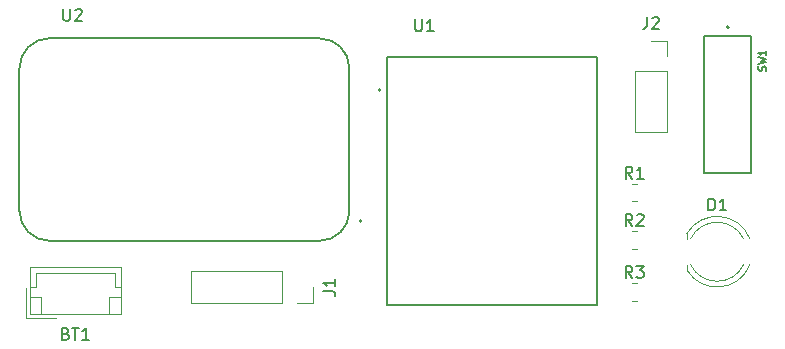
<source format=gbr>
%TF.GenerationSoftware,KiCad,Pcbnew,8.0.8*%
%TF.CreationDate,2025-05-04T21:19:18-07:00*%
%TF.ProjectId,ACL_Angle_Sensor,41434c5f-416e-4676-9c65-5f53656e736f,rev?*%
%TF.SameCoordinates,Original*%
%TF.FileFunction,Legend,Top*%
%TF.FilePolarity,Positive*%
%FSLAX46Y46*%
G04 Gerber Fmt 4.6, Leading zero omitted, Abs format (unit mm)*
G04 Created by KiCad (PCBNEW 8.0.8) date 2025-05-04 21:19:18*
%MOMM*%
%LPD*%
G01*
G04 APERTURE LIST*
%ADD10C,0.150000*%
%ADD11C,0.120000*%
%ADD12C,0.127000*%
%ADD13C,0.200000*%
G04 APERTURE END LIST*
D10*
X146856905Y-55994819D02*
X146856905Y-54994819D01*
X146856905Y-54994819D02*
X147095000Y-54994819D01*
X147095000Y-54994819D02*
X147237857Y-55042438D01*
X147237857Y-55042438D02*
X147333095Y-55137676D01*
X147333095Y-55137676D02*
X147380714Y-55232914D01*
X147380714Y-55232914D02*
X147428333Y-55423390D01*
X147428333Y-55423390D02*
X147428333Y-55566247D01*
X147428333Y-55566247D02*
X147380714Y-55756723D01*
X147380714Y-55756723D02*
X147333095Y-55851961D01*
X147333095Y-55851961D02*
X147237857Y-55947200D01*
X147237857Y-55947200D02*
X147095000Y-55994819D01*
X147095000Y-55994819D02*
X146856905Y-55994819D01*
X148380714Y-55994819D02*
X147809286Y-55994819D01*
X148095000Y-55994819D02*
X148095000Y-54994819D01*
X148095000Y-54994819D02*
X147999762Y-55137676D01*
X147999762Y-55137676D02*
X147904524Y-55232914D01*
X147904524Y-55232914D02*
X147809286Y-55280533D01*
X92238095Y-38954819D02*
X92238095Y-39764342D01*
X92238095Y-39764342D02*
X92285714Y-39859580D01*
X92285714Y-39859580D02*
X92333333Y-39907200D01*
X92333333Y-39907200D02*
X92428571Y-39954819D01*
X92428571Y-39954819D02*
X92619047Y-39954819D01*
X92619047Y-39954819D02*
X92714285Y-39907200D01*
X92714285Y-39907200D02*
X92761904Y-39859580D01*
X92761904Y-39859580D02*
X92809523Y-39764342D01*
X92809523Y-39764342D02*
X92809523Y-38954819D01*
X93238095Y-39050057D02*
X93285714Y-39002438D01*
X93285714Y-39002438D02*
X93380952Y-38954819D01*
X93380952Y-38954819D02*
X93619047Y-38954819D01*
X93619047Y-38954819D02*
X93714285Y-39002438D01*
X93714285Y-39002438D02*
X93761904Y-39050057D01*
X93761904Y-39050057D02*
X93809523Y-39145295D01*
X93809523Y-39145295D02*
X93809523Y-39240533D01*
X93809523Y-39240533D02*
X93761904Y-39383390D01*
X93761904Y-39383390D02*
X93190476Y-39954819D01*
X93190476Y-39954819D02*
X93809523Y-39954819D01*
X122023095Y-39819819D02*
X122023095Y-40629342D01*
X122023095Y-40629342D02*
X122070714Y-40724580D01*
X122070714Y-40724580D02*
X122118333Y-40772200D01*
X122118333Y-40772200D02*
X122213571Y-40819819D01*
X122213571Y-40819819D02*
X122404047Y-40819819D01*
X122404047Y-40819819D02*
X122499285Y-40772200D01*
X122499285Y-40772200D02*
X122546904Y-40724580D01*
X122546904Y-40724580D02*
X122594523Y-40629342D01*
X122594523Y-40629342D02*
X122594523Y-39819819D01*
X123594523Y-40819819D02*
X123023095Y-40819819D01*
X123308809Y-40819819D02*
X123308809Y-39819819D01*
X123308809Y-39819819D02*
X123213571Y-39962676D01*
X123213571Y-39962676D02*
X123118333Y-40057914D01*
X123118333Y-40057914D02*
X123023095Y-40105533D01*
X151704200Y-44170333D02*
X151734676Y-44078904D01*
X151734676Y-44078904D02*
X151734676Y-43926523D01*
X151734676Y-43926523D02*
X151704200Y-43865571D01*
X151704200Y-43865571D02*
X151673723Y-43835095D01*
X151673723Y-43835095D02*
X151612771Y-43804618D01*
X151612771Y-43804618D02*
X151551819Y-43804618D01*
X151551819Y-43804618D02*
X151490866Y-43835095D01*
X151490866Y-43835095D02*
X151460390Y-43865571D01*
X151460390Y-43865571D02*
X151429914Y-43926523D01*
X151429914Y-43926523D02*
X151399438Y-44048428D01*
X151399438Y-44048428D02*
X151368961Y-44109380D01*
X151368961Y-44109380D02*
X151338485Y-44139857D01*
X151338485Y-44139857D02*
X151277533Y-44170333D01*
X151277533Y-44170333D02*
X151216580Y-44170333D01*
X151216580Y-44170333D02*
X151155628Y-44139857D01*
X151155628Y-44139857D02*
X151125152Y-44109380D01*
X151125152Y-44109380D02*
X151094676Y-44048428D01*
X151094676Y-44048428D02*
X151094676Y-43896047D01*
X151094676Y-43896047D02*
X151125152Y-43804618D01*
X151094676Y-43591285D02*
X151734676Y-43438904D01*
X151734676Y-43438904D02*
X151277533Y-43316999D01*
X151277533Y-43316999D02*
X151734676Y-43195094D01*
X151734676Y-43195094D02*
X151094676Y-43042714D01*
X151734676Y-42463665D02*
X151734676Y-42829380D01*
X151734676Y-42646523D02*
X151094676Y-42646523D01*
X151094676Y-42646523D02*
X151186104Y-42707475D01*
X151186104Y-42707475D02*
X151247057Y-42768427D01*
X151247057Y-42768427D02*
X151277533Y-42829380D01*
X140420833Y-61704819D02*
X140087500Y-61228628D01*
X139849405Y-61704819D02*
X139849405Y-60704819D01*
X139849405Y-60704819D02*
X140230357Y-60704819D01*
X140230357Y-60704819D02*
X140325595Y-60752438D01*
X140325595Y-60752438D02*
X140373214Y-60800057D01*
X140373214Y-60800057D02*
X140420833Y-60895295D01*
X140420833Y-60895295D02*
X140420833Y-61038152D01*
X140420833Y-61038152D02*
X140373214Y-61133390D01*
X140373214Y-61133390D02*
X140325595Y-61181009D01*
X140325595Y-61181009D02*
X140230357Y-61228628D01*
X140230357Y-61228628D02*
X139849405Y-61228628D01*
X140754167Y-60704819D02*
X141373214Y-60704819D01*
X141373214Y-60704819D02*
X141039881Y-61085771D01*
X141039881Y-61085771D02*
X141182738Y-61085771D01*
X141182738Y-61085771D02*
X141277976Y-61133390D01*
X141277976Y-61133390D02*
X141325595Y-61181009D01*
X141325595Y-61181009D02*
X141373214Y-61276247D01*
X141373214Y-61276247D02*
X141373214Y-61514342D01*
X141373214Y-61514342D02*
X141325595Y-61609580D01*
X141325595Y-61609580D02*
X141277976Y-61657200D01*
X141277976Y-61657200D02*
X141182738Y-61704819D01*
X141182738Y-61704819D02*
X140897024Y-61704819D01*
X140897024Y-61704819D02*
X140801786Y-61657200D01*
X140801786Y-61657200D02*
X140754167Y-61609580D01*
X140420833Y-57304819D02*
X140087500Y-56828628D01*
X139849405Y-57304819D02*
X139849405Y-56304819D01*
X139849405Y-56304819D02*
X140230357Y-56304819D01*
X140230357Y-56304819D02*
X140325595Y-56352438D01*
X140325595Y-56352438D02*
X140373214Y-56400057D01*
X140373214Y-56400057D02*
X140420833Y-56495295D01*
X140420833Y-56495295D02*
X140420833Y-56638152D01*
X140420833Y-56638152D02*
X140373214Y-56733390D01*
X140373214Y-56733390D02*
X140325595Y-56781009D01*
X140325595Y-56781009D02*
X140230357Y-56828628D01*
X140230357Y-56828628D02*
X139849405Y-56828628D01*
X140801786Y-56400057D02*
X140849405Y-56352438D01*
X140849405Y-56352438D02*
X140944643Y-56304819D01*
X140944643Y-56304819D02*
X141182738Y-56304819D01*
X141182738Y-56304819D02*
X141277976Y-56352438D01*
X141277976Y-56352438D02*
X141325595Y-56400057D01*
X141325595Y-56400057D02*
X141373214Y-56495295D01*
X141373214Y-56495295D02*
X141373214Y-56590533D01*
X141373214Y-56590533D02*
X141325595Y-56733390D01*
X141325595Y-56733390D02*
X140754167Y-57304819D01*
X140754167Y-57304819D02*
X141373214Y-57304819D01*
X140420833Y-53304819D02*
X140087500Y-52828628D01*
X139849405Y-53304819D02*
X139849405Y-52304819D01*
X139849405Y-52304819D02*
X140230357Y-52304819D01*
X140230357Y-52304819D02*
X140325595Y-52352438D01*
X140325595Y-52352438D02*
X140373214Y-52400057D01*
X140373214Y-52400057D02*
X140420833Y-52495295D01*
X140420833Y-52495295D02*
X140420833Y-52638152D01*
X140420833Y-52638152D02*
X140373214Y-52733390D01*
X140373214Y-52733390D02*
X140325595Y-52781009D01*
X140325595Y-52781009D02*
X140230357Y-52828628D01*
X140230357Y-52828628D02*
X139849405Y-52828628D01*
X141373214Y-53304819D02*
X140801786Y-53304819D01*
X141087500Y-53304819D02*
X141087500Y-52304819D01*
X141087500Y-52304819D02*
X140992262Y-52447676D01*
X140992262Y-52447676D02*
X140897024Y-52542914D01*
X140897024Y-52542914D02*
X140801786Y-52590533D01*
X141666666Y-39644819D02*
X141666666Y-40359104D01*
X141666666Y-40359104D02*
X141619047Y-40501961D01*
X141619047Y-40501961D02*
X141523809Y-40597200D01*
X141523809Y-40597200D02*
X141380952Y-40644819D01*
X141380952Y-40644819D02*
X141285714Y-40644819D01*
X142095238Y-39740057D02*
X142142857Y-39692438D01*
X142142857Y-39692438D02*
X142238095Y-39644819D01*
X142238095Y-39644819D02*
X142476190Y-39644819D01*
X142476190Y-39644819D02*
X142571428Y-39692438D01*
X142571428Y-39692438D02*
X142619047Y-39740057D01*
X142619047Y-39740057D02*
X142666666Y-39835295D01*
X142666666Y-39835295D02*
X142666666Y-39930533D01*
X142666666Y-39930533D02*
X142619047Y-40073390D01*
X142619047Y-40073390D02*
X142047619Y-40644819D01*
X142047619Y-40644819D02*
X142666666Y-40644819D01*
X114264819Y-62833333D02*
X114979104Y-62833333D01*
X114979104Y-62833333D02*
X115121961Y-62880952D01*
X115121961Y-62880952D02*
X115217200Y-62976190D01*
X115217200Y-62976190D02*
X115264819Y-63119047D01*
X115264819Y-63119047D02*
X115264819Y-63214285D01*
X115264819Y-61833333D02*
X115264819Y-62404761D01*
X115264819Y-62119047D02*
X114264819Y-62119047D01*
X114264819Y-62119047D02*
X114407676Y-62214285D01*
X114407676Y-62214285D02*
X114502914Y-62309523D01*
X114502914Y-62309523D02*
X114550533Y-62404761D01*
X92464285Y-66431009D02*
X92607142Y-66478628D01*
X92607142Y-66478628D02*
X92654761Y-66526247D01*
X92654761Y-66526247D02*
X92702380Y-66621485D01*
X92702380Y-66621485D02*
X92702380Y-66764342D01*
X92702380Y-66764342D02*
X92654761Y-66859580D01*
X92654761Y-66859580D02*
X92607142Y-66907200D01*
X92607142Y-66907200D02*
X92511904Y-66954819D01*
X92511904Y-66954819D02*
X92130952Y-66954819D01*
X92130952Y-66954819D02*
X92130952Y-65954819D01*
X92130952Y-65954819D02*
X92464285Y-65954819D01*
X92464285Y-65954819D02*
X92559523Y-66002438D01*
X92559523Y-66002438D02*
X92607142Y-66050057D01*
X92607142Y-66050057D02*
X92654761Y-66145295D01*
X92654761Y-66145295D02*
X92654761Y-66240533D01*
X92654761Y-66240533D02*
X92607142Y-66335771D01*
X92607142Y-66335771D02*
X92559523Y-66383390D01*
X92559523Y-66383390D02*
X92464285Y-66431009D01*
X92464285Y-66431009D02*
X92130952Y-66431009D01*
X92988095Y-65954819D02*
X93559523Y-65954819D01*
X93273809Y-66954819D02*
X93273809Y-65954819D01*
X94416666Y-66954819D02*
X93845238Y-66954819D01*
X94130952Y-66954819D02*
X94130952Y-65954819D01*
X94130952Y-65954819D02*
X94035714Y-66097676D01*
X94035714Y-66097676D02*
X93940476Y-66192914D01*
X93940476Y-66192914D02*
X93845238Y-66240533D01*
D11*
%TO.C,D1*%
X150383107Y-60580075D02*
G75*
G02*
X145035000Y-61044830I-2788107J1080075D01*
G01*
X149849656Y-60580059D02*
G75*
G02*
X145340316Y-60580000I-2254656J1080059D01*
G01*
X145340316Y-58420000D02*
G75*
G02*
X149849656Y-58419941I2254684J-1080000D01*
G01*
X145035000Y-57955170D02*
G75*
G02*
X150383107Y-58419925I2560000J-1544830D01*
G01*
X145035000Y-60580000D02*
X145035000Y-61045000D01*
X145035000Y-57955000D02*
X145035000Y-58420000D01*
D12*
%TO.C,U2*%
X88530000Y-56032500D02*
X88530000Y-43967500D01*
X88530000Y-43967500D02*
G75*
G02*
X91070000Y-41427500I2540000J0D01*
G01*
X91070000Y-41427500D02*
X113930000Y-41427500D01*
X113930000Y-41427500D02*
G75*
G02*
X116470000Y-43967500I0J-2540000D01*
G01*
X116470000Y-43967500D02*
X116470000Y-56032500D01*
X116470000Y-56032500D02*
G75*
G02*
X113930000Y-58572500I-2540000J0D01*
G01*
X113930000Y-58572500D02*
X91070000Y-58572500D01*
X91070000Y-58572500D02*
G75*
G02*
X88530000Y-56032500I0J2540000D01*
G01*
D13*
X117502000Y-56887000D02*
G75*
G02*
X117302000Y-56887000I-100000J0D01*
G01*
X117302000Y-56887000D02*
G75*
G02*
X117502000Y-56887000I100000J0D01*
G01*
D12*
%TO.C,U1*%
X137390000Y-43022500D02*
X137390000Y-63977500D01*
X119610000Y-63977500D02*
X119610000Y-43022500D01*
X119610000Y-43022500D02*
X137390000Y-43022500D01*
X137390000Y-63977500D02*
X119610000Y-63977500D01*
D13*
X119100000Y-45816500D02*
G75*
G02*
X118900000Y-45816500I-100000J0D01*
G01*
X118900000Y-45816500D02*
G75*
G02*
X119100000Y-45816500I100000J0D01*
G01*
%TO.C,SW1*%
X148600000Y-40500000D02*
G75*
G02*
X148400000Y-40500000I-100000J0D01*
G01*
X148400000Y-40500000D02*
G75*
G02*
X148600000Y-40500000I100000J0D01*
G01*
D12*
X150500000Y-41200000D02*
X146500000Y-41200000D01*
X146500000Y-41200000D02*
X146500000Y-52800000D01*
X146500000Y-52800000D02*
X150500000Y-52800000D01*
X150500000Y-52800000D02*
X150500000Y-41200000D01*
D11*
%TO.C,R3*%
X140360436Y-62165000D02*
X140814564Y-62165000D01*
X140360436Y-63635000D02*
X140814564Y-63635000D01*
%TO.C,R2*%
X140360436Y-57765000D02*
X140814564Y-57765000D01*
X140360436Y-59235000D02*
X140814564Y-59235000D01*
%TO.C,R1*%
X140360436Y-53765000D02*
X140814564Y-53765000D01*
X140360436Y-55235000D02*
X140814564Y-55235000D01*
%TO.C,J2*%
X140670000Y-44230000D02*
X140670000Y-49370000D01*
X140670000Y-44230000D02*
X143330000Y-44230000D01*
X140670000Y-49370000D02*
X143330000Y-49370000D01*
X142000000Y-41630000D02*
X143330000Y-41630000D01*
X143330000Y-41630000D02*
X143330000Y-42960000D01*
X143330000Y-44230000D02*
X143330000Y-49370000D01*
%TO.C,J1*%
X110770000Y-63830000D02*
X103090000Y-63830000D01*
X113370000Y-63830000D02*
X112040000Y-63830000D01*
X113370000Y-62500000D02*
X113370000Y-63830000D01*
X103090000Y-61170000D02*
X103090000Y-63830000D01*
X110770000Y-61170000D02*
X110770000Y-63830000D01*
X110770000Y-61170000D02*
X103090000Y-61170000D01*
%TO.C,BT1*%
X89090000Y-62610000D02*
X89090000Y-65110000D01*
X89090000Y-65110000D02*
X91590000Y-65110000D01*
X89390000Y-60790000D02*
X89390000Y-64810000D01*
X89390000Y-62500000D02*
X89890000Y-62500000D01*
X89390000Y-63310000D02*
X90390000Y-63310000D01*
X89390000Y-64810000D02*
X97110000Y-64810000D01*
X89890000Y-61290000D02*
X96610000Y-61290000D01*
X89890000Y-62500000D02*
X89890000Y-61290000D01*
X90390000Y-63310000D02*
X90390000Y-64810000D01*
X96110000Y-63310000D02*
X96110000Y-64810000D01*
X96610000Y-61290000D02*
X96610000Y-62500000D01*
X96610000Y-62500000D02*
X97110000Y-62500000D01*
X97110000Y-60790000D02*
X89390000Y-60790000D01*
X97110000Y-63310000D02*
X96110000Y-63310000D01*
X97110000Y-64810000D02*
X97110000Y-60790000D01*
%TD*%
M02*

</source>
